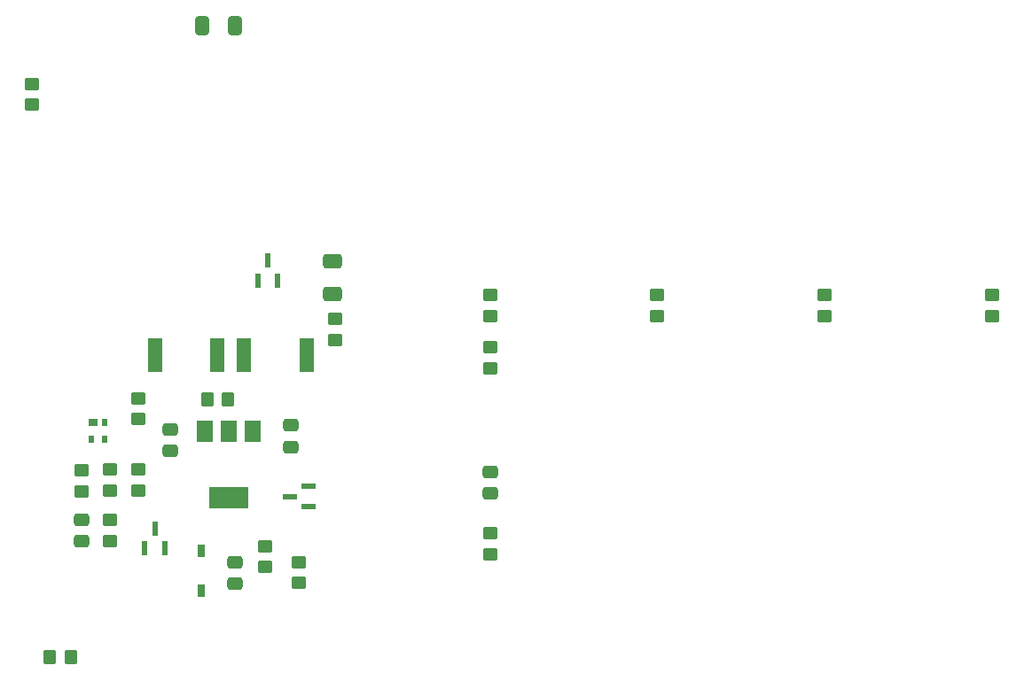
<source format=gtp>
G04 #@! TF.GenerationSoftware,KiCad,Pcbnew,7.0.7*
G04 #@! TF.CreationDate,2024-06-17T16:02:08-04:00*
G04 #@! TF.ProjectId,HVHF_IIB,48564846-5f49-4494-922e-6b696361645f,rev?*
G04 #@! TF.SameCoordinates,Original*
G04 #@! TF.FileFunction,Paste,Top*
G04 #@! TF.FilePolarity,Positive*
%FSLAX46Y46*%
G04 Gerber Fmt 4.6, Leading zero omitted, Abs format (unit mm)*
G04 Created by KiCad (PCBNEW 7.0.7) date 2024-06-17 16:02:08*
%MOMM*%
%LPD*%
G01*
G04 APERTURE LIST*
G04 Aperture macros list*
%AMRoundRect*
0 Rectangle with rounded corners*
0 $1 Rounding radius*
0 $2 $3 $4 $5 $6 $7 $8 $9 X,Y pos of 4 corners*
0 Add a 4 corners polygon primitive as box body*
4,1,4,$2,$3,$4,$5,$6,$7,$8,$9,$2,$3,0*
0 Add four circle primitives for the rounded corners*
1,1,$1+$1,$2,$3*
1,1,$1+$1,$4,$5*
1,1,$1+$1,$6,$7*
1,1,$1+$1,$8,$9*
0 Add four rect primitives between the rounded corners*
20,1,$1+$1,$2,$3,$4,$5,0*
20,1,$1+$1,$4,$5,$6,$7,0*
20,1,$1+$1,$6,$7,$8,$9,0*
20,1,$1+$1,$8,$9,$2,$3,0*%
G04 Aperture macros list end*
%ADD10RoundRect,0.250000X-0.475000X0.337500X-0.475000X-0.337500X0.475000X-0.337500X0.475000X0.337500X0*%
%ADD11RoundRect,0.250000X-0.350000X-0.450000X0.350000X-0.450000X0.350000X0.450000X-0.350000X0.450000X0*%
%ADD12R,0.762000X1.168400*%
%ADD13RoundRect,0.250000X0.475000X-0.337500X0.475000X0.337500X-0.475000X0.337500X-0.475000X-0.337500X0*%
%ADD14RoundRect,0.250000X-0.450000X0.350000X-0.450000X-0.350000X0.450000X-0.350000X0.450000X0.350000X0*%
%ADD15RoundRect,0.250000X0.450000X-0.350000X0.450000X0.350000X-0.450000X0.350000X-0.450000X-0.350000X0*%
%ADD16R,0.558800X1.422400*%
%ADD17R,1.320800X0.558800*%
%ADD18RoundRect,0.250000X0.650000X-0.412500X0.650000X0.412500X-0.650000X0.412500X-0.650000X-0.412500X0*%
%ADD19R,1.408798X3.250794*%
%ADD20RoundRect,0.250000X0.350000X0.450000X-0.350000X0.450000X-0.350000X-0.450000X0.350000X-0.450000X0*%
%ADD21RoundRect,0.250000X0.412500X0.650000X-0.412500X0.650000X-0.412500X-0.650000X0.412500X-0.650000X0*%
%ADD22R,1.500000X2.000000*%
%ADD23R,3.800000X2.000000*%
%ADD24R,0.600000X0.800000*%
%ADD25R,0.900000X0.800000*%
G04 APERTURE END LIST*
D10*
X104500000Y-102178391D03*
X104500000Y-104253391D03*
D11*
X93000000Y-124000000D03*
X95000000Y-124000000D03*
D12*
X107420000Y-117618000D03*
X107420000Y-113808000D03*
D13*
X110670000Y-116938000D03*
X110670000Y-114863000D03*
D14*
X135000000Y-112113000D03*
X135000000Y-114113000D03*
D15*
X98750000Y-112863000D03*
X98750000Y-110863000D03*
D16*
X112845000Y-88000000D03*
X114750000Y-88000000D03*
X113797500Y-86069600D03*
D10*
X96000000Y-110825500D03*
X96000000Y-112900500D03*
D14*
X120250000Y-91613000D03*
X120250000Y-93613000D03*
X91250000Y-69150001D03*
X91250000Y-71150001D03*
D17*
X117695200Y-109565500D03*
X117695200Y-107660500D03*
X115902750Y-108613000D03*
D14*
X151000000Y-89363000D03*
X151000000Y-91363000D03*
D18*
X120000000Y-89250000D03*
X120000000Y-86125000D03*
D14*
X135000000Y-94363000D03*
X135000000Y-96363000D03*
X96000000Y-106113000D03*
X96000000Y-108113000D03*
D19*
X117504393Y-95113000D03*
X111495607Y-95113000D03*
D16*
X102047500Y-113578200D03*
X103952500Y-113578200D03*
X103000000Y-111647800D03*
D15*
X101400000Y-108032891D03*
X101400000Y-106032891D03*
D14*
X135000000Y-89363000D03*
X135000000Y-91363000D03*
X167000000Y-89363000D03*
X167000000Y-91363000D03*
D20*
X110000000Y-99363000D03*
X108000000Y-99363000D03*
D14*
X183000000Y-89363000D03*
X183000000Y-91363000D03*
D13*
X116000000Y-103863000D03*
X116000000Y-101788000D03*
D14*
X113500000Y-113363000D03*
X113500000Y-115363000D03*
D15*
X116750000Y-116863000D03*
X116750000Y-114863000D03*
D13*
X135000000Y-108313000D03*
X135000000Y-106238000D03*
D19*
X109004393Y-95113000D03*
X102995607Y-95113000D03*
D21*
X110625000Y-63613000D03*
X107500000Y-63613000D03*
D22*
X112360000Y-102415891D03*
X110060000Y-102415891D03*
X107760000Y-102415891D03*
D23*
X110060000Y-108715891D03*
D15*
X101450000Y-101213000D03*
X101450000Y-99213000D03*
D24*
X98250000Y-101513000D03*
D25*
X97100000Y-101513000D03*
D24*
X96950000Y-103113000D03*
X98250000Y-103113000D03*
D14*
X98750000Y-106032891D03*
X98750000Y-108032891D03*
M02*

</source>
